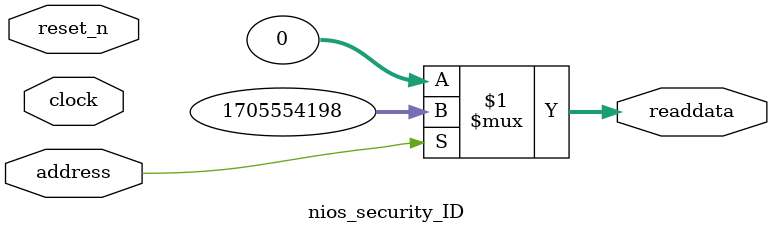
<source format=v>



// synthesis translate_off
`timescale 1ns / 1ps
// synthesis translate_on

// turn off superfluous verilog processor warnings 
// altera message_level Level1 
// altera message_off 10034 10035 10036 10037 10230 10240 10030 

module nios_security_ID (
               // inputs:
                address,
                clock,
                reset_n,

               // outputs:
                readdata
             )
;

  output  [ 31: 0] readdata;
  input            address;
  input            clock;
  input            reset_n;

  wire    [ 31: 0] readdata;
  //control_slave, which is an e_avalon_slave
  assign readdata = address ? 1705554198 : 0;

endmodule



</source>
